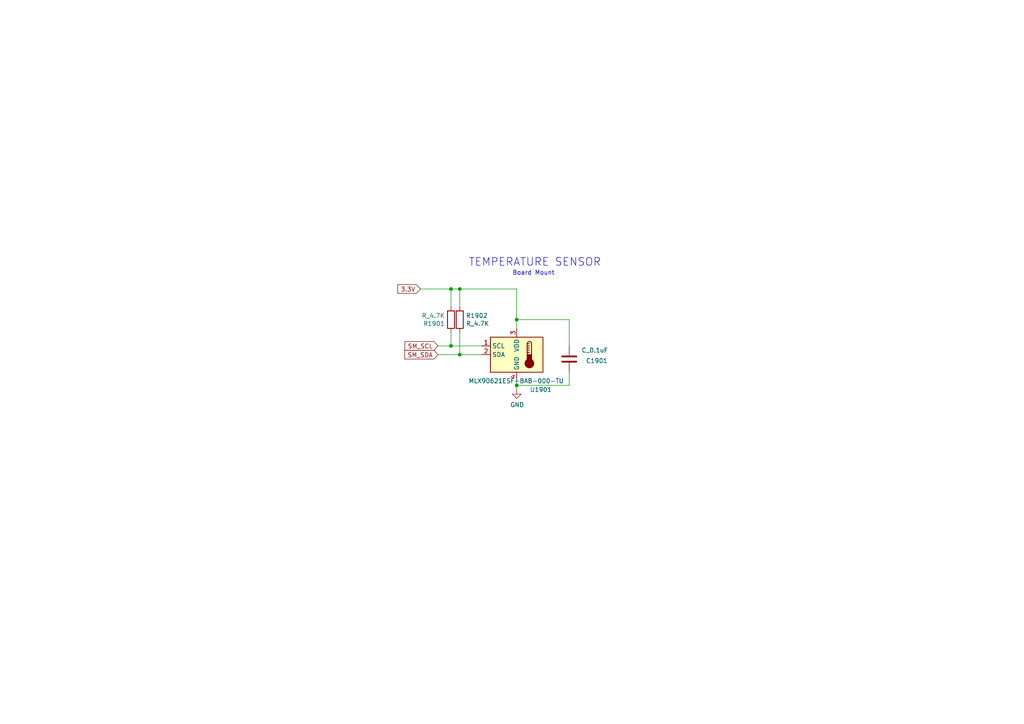
<source format=kicad_sch>
(kicad_sch (version 20211123) (generator eeschema)
  (paper "A4")
  (lib_symbols
    (symbol "formula:C_0.1uF" (pin_numbers hide) (pin_names (offset 0.254))
      (property "Reference" "C" (at 0.635 2.54 0))
      (property "Value" "C_0.1uF" (at 0.635 -2.54 0))
      (symbol "C_0.1uF_0_1"
        (polyline (pts (xy -2.032 -0.762) (xy 2.032 -0.762)) (stroke (width 0.508)))
        (polyline (pts (xy -2.032 0.762) (xy 2.032 0.762)) (stroke (width 0.508)))
      )
      (symbol "C_0.1uF_1_1"
        (pin passive line (at 0 3.81 270) (length 2.794) (name "~") (number "1"))
        (pin passive line (at 0 -3.81 90) (length 2.794) (name "~") (number "2"))
      )
    )
    (symbol "formula:MLX90621ESF-BAB-000-TU"
      (property "Reference" "U" (at -6.35 6.35 0))
      (property "Value" "MLX90621ESF-BAB-000-TU" (at 7.62 6.35 0))
      (symbol "MLX90621ESF-BAB-000-TU_0_1"
        (rectangle (start -7.62 5.08) (end 7.62 -5.08) (stroke (width 0.254)) (fill (type background)))
      )
      (symbol "MLX90621ESF-BAB-000-TU_1_1"
        (polyline (pts (xy 3.048 0.635) (xy 3.683 0.635)) (stroke (width 0.254)))
        (polyline (pts (xy 3.048 1.27) (xy 3.683 1.27)) (stroke (width 0.254)))
        (polyline (pts (xy 3.048 1.905) (xy 3.683 1.905)) (stroke (width 0.254)))
        (polyline (pts (xy 3.048 2.54) (xy 3.683 2.54)) (stroke (width 0.254)))
        (polyline (pts (xy 3.048 3.175) (xy 3.048 0)) (stroke (width 0.254)))
        (polyline (pts (xy 3.048 3.175) (xy 3.683 3.175)) (stroke (width 0.254)))
        (polyline (pts (xy 4.318 3.175) (xy 4.318 0)) (stroke (width 0.254)))
        (circle (center 3.683 -2.54) (radius 1.27) (stroke (width 0.254)) (fill (type outline)))
        (rectangle (start 4.318 -1.905) (end 3.048 0) (stroke (width 0.254)) (fill (type outline)))
        (arc (start 4.318 3.175) (mid 3.683 3.81) (end 3.048 3.175) (stroke (width 0.254)))
        (pin input line (at -10.16 2.54 0) (length 2.54) (name "SCL") (number "1"))
        (pin bidirectional line (at -10.16 0 0) (length 2.54) (name "SDA") (number "2"))
        (pin power_in line (at 0 7.62 270) (length 2.54) (name "VDD") (number "3"))
        (pin power_in line (at 0 -7.62 90) (length 2.54) (name "GND") (number "4"))
      )
    )
    (symbol "formula:R_4.7K" (pin_numbers hide) (pin_names (offset 0))
      (property "Reference" "R" (at 2.032 0 90))
      (property "Value" "R_4.7K" (at -2.54 0 90))
      (symbol "R_4.7K_0_1"
        (rectangle (start -1.016 -2.54) (end 1.016 2.54) (stroke (width 0.254)))
      )
      (symbol "R_4.7K_1_1"
        (pin passive line (at 0 3.81 270) (length 1.27) (name "~") (number "1"))
        (pin passive line (at 0 -3.81 90) (length 1.27) (name "~") (number "2"))
      )
    )
    (symbol "power:GND" (power) (pin_names (offset 0))
      (property "Value" "power_GND" (at 0 -3.81 0))
      (symbol "GND_0_1"
        (polyline (pts (xy 0 0) (xy 0 -1.27) (xy 1.27 -1.27) (xy 0 -2.54) (xy -1.27 -1.27) (xy 0 -1.27)))
      )
      (symbol "GND_1_1"
        (pin power_in line (at 0 0 270) (length 0) hide (name "GND") (number "1"))
      )
    )
  )
  (junction (at 133.35 102.87))
  (junction (at 130.81 83.82))
  (junction (at 149.86 111.76))
  (junction (at 149.86 92.71))
  (junction (at 130.81 100.33))
  (junction (at 133.35 83.82))
  (wire (pts (xy 149.86 92.71) (xy 149.86 95.25)))
  (wire (pts (xy 165.1 100.33) (xy 165.1 92.71)))
  (wire (pts (xy 165.1 107.95) (xy 165.1 111.76)))
  (wire (pts (xy 133.35 96.52) (xy 133.35 102.87)))
  (wire (pts (xy 165.1 111.76) (xy 149.86 111.76)))
  (wire (pts (xy 149.86 111.76) (xy 149.86 110.49)))
  (wire (pts (xy 127 102.87) (xy 133.35 102.87)))
  (wire (pts (xy 130.81 83.82) (xy 121.92 83.82)))
  (wire (pts (xy 130.81 100.33) (xy 139.7 100.33)))
  (wire (pts (xy 127 100.33) (xy 130.81 100.33)))
  (wire (pts (xy 149.86 113.03) (xy 149.86 111.76)))
  (wire (pts (xy 149.86 92.71) (xy 149.86 83.82)))
  (wire (pts (xy 130.81 96.52) (xy 130.81 100.33)))
  (wire (pts (xy 133.35 88.9) (xy 133.35 83.82)))
  (wire (pts (xy 149.86 83.82) (xy 133.35 83.82)))
  (wire (pts (xy 165.1 92.71) (xy 149.86 92.71)))
  (wire (pts (xy 133.35 102.87) (xy 139.7 102.87)))
  (wire (pts (xy 130.81 88.9) (xy 130.81 83.82)))
  (wire (pts (xy 133.35 83.82) (xy 130.81 83.82)))
  (text "Board Mount" (at 148.59 80.01 0) (effects (font (size 1.27 1.27)) (justify left bottom)))
  (text "TEMPERATURE SENSOR\n" (at 135.89 77.47 0) (effects (font (size 2.2606 2.2606)) (justify left bottom)))
  (global_label "SM_SDA" (shape input) (at 127 102.87 180) (property "Intersheet References" "${INTERSHEET_REFS}" (effects hide)))
  (global_label "3.3V" (shape input) (at 121.92 83.82 180) (property "Intersheet References" "${INTERSHEET_REFS}" (effects hide)))
  (global_label "SM_SCL" (shape input) (at 127 100.33 180) (property "Intersheet References" "${INTERSHEET_REFS}" (effects hide)))
  (symbol (lib_id "formula:MLX90621ESF-BAB-000-TU") (at 149.86 102.87 0) (unit 1)
    (property "Reference" "U1901" (at 153.67 113.03 0) (effects (justify left)))
    (property "Value" "MLX90621ESF-BAB-000-TU" (at 135.89 110.49 0) (effects (justify left)))
    (property "Footprint" "footprints:MLX90621ESF-BAB-000-TU" (effects hide))
    (property "Datasheet" "https://www.melexis.com/-/media/files/documents/datasheets/mlx90621-datasheet-melexis.pdf" (effects hide))
    (property "MPN" "MLX90621ESF-BAB-000-TU-ND " (effects hide))
    (property "PurchaseLink" "https://www.digikey.com/product-detail/en/melexis-technologies-nv/MLX90621ESF-BAB-000-TU/MLX90621ESF-BAB-000-TU-ND/4968086?utm_adgroup=Sensors%20&%20Transducers" (effects hide))
    (property "MF" "DK" (effects hide))
  )
  (symbol (lib_id "formula:R_4.7K") (at 130.81 92.71 180) (unit 1)
    (property "Reference" "R1901" (at 129.032 93.8784 0) (effects (justify left)))
    (property "Value" "R_4.7K" (at 129.032 91.567 0) (effects (justify left)))
    (property "Footprint" "footprints:R_0805_OEM" (effects hide))
    (property "Datasheet" "http://www.yageo.com/documents/recent/PYu-RC_Group_51_RoHS_L_8.pdf" (effects hide))
    (property "MFN" "DK" (effects hide))
    (property "MPN" "311-4.7KARCT-ND" (effects hide))
    (property "PurchasingLink" "https://www.digikey.com/product-detail/en/yageo/RC0805JR-074K7L/311-4.7KARCT-ND/731274" (effects hide))
  )
  (symbol (lib_id "formula:R_4.7K") (at 133.35 92.71 0) (unit 1)
    (property "Reference" "R1902" (at 135.128 91.5416 0) (effects (justify left)))
    (property "Value" "R_4.7K" (at 135.128 93.853 0) (effects (justify left)))
    (property "Footprint" "footprints:R_0805_OEM" (effects hide))
    (property "Datasheet" "http://www.yageo.com/documents/recent/PYu-RC_Group_51_RoHS_L_8.pdf" (effects hide))
    (property "MFN" "DK" (effects hide))
    (property "MPN" "311-4.7KARCT-ND" (effects hide))
    (property "PurchasingLink" "https://www.digikey.com/product-detail/en/yageo/RC0805JR-074K7L/311-4.7KARCT-ND/731274" (effects hide))
  )
  (symbol (lib_id "power:GND") (at 149.86 113.03 0) (unit 1)
    (property "Reference" "#PWR?" (effects hide))
    (property "Value" "GND" (at 149.987 117.4242 0))
  )
  (symbol (lib_id "formula:C_0.1uF") (at 165.1 104.14 0) (unit 1)
    (property "Reference" "C1901" (at 169.926 104.648 0) (effects (justify left)))
    (property "Value" "C_0.1uF" (at 168.656 101.6 0) (effects (justify left)))
    (property "Footprint" "footprints:C_0805_OEM" (effects hide))
    (property "Datasheet" "http://datasheets.avx.com/X7RDielectric.pdf" (effects hide))
    (property "MFN" "DK" (effects hide))
    (property "MPN" "478-3352-1-ND" (effects hide))
    (property "PurchasingLink" "https://www.digikey.com/products/en?keywords=478-3352-1-ND" (effects hide))
  )
)
</source>
